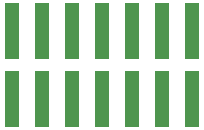
<source format=gbr>
%TF.GenerationSoftware,KiCad,Pcbnew,(6.0.7-1)-1*%
%TF.CreationDate,2022-11-03T21:10:23+11:00*%
%TF.ProjectId,case-connector,63617365-2d63-46f6-9e6e-6563746f722e,rev?*%
%TF.SameCoordinates,Original*%
%TF.FileFunction,Paste,Bot*%
%TF.FilePolarity,Positive*%
%FSLAX46Y46*%
G04 Gerber Fmt 4.6, Leading zero omitted, Abs format (unit mm)*
G04 Created by KiCad (PCBNEW (6.0.7-1)-1) date 2022-11-03 21:10:23*
%MOMM*%
%LPD*%
G01*
G04 APERTURE LIST*
%ADD10R,1.244600X4.749800*%
G04 APERTURE END LIST*
D10*
%TO.C,J8*%
X103380000Y-71124999D03*
X103380000Y-76875001D03*
X105920000Y-71124999D03*
X105920000Y-76875001D03*
X108460000Y-71124999D03*
X108460000Y-76875001D03*
X111000000Y-71124999D03*
X111000000Y-76875001D03*
X113540000Y-71124999D03*
X113540000Y-76875001D03*
X116080000Y-71124999D03*
X116080000Y-76875001D03*
X118620000Y-71124999D03*
X118620000Y-76875001D03*
%TD*%
M02*

</source>
